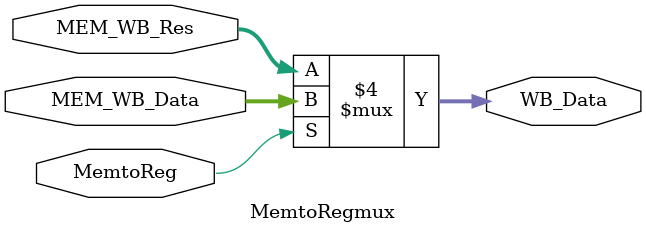
<source format=v>
`timescale 1ns / 1ps


module MemtoRegmux(
    input [31:0]MEM_WB_Data,
    input [31:0]MEM_WB_Res,
    input MemtoReg,
    output reg [31:0]WB_Data
);
    always@(*) begin
        if(MemtoReg == 1) begin
            WB_Data = MEM_WB_Data;
        end
        else begin
            WB_Data = MEM_WB_Res;
        end
    end

endmodule

</source>
